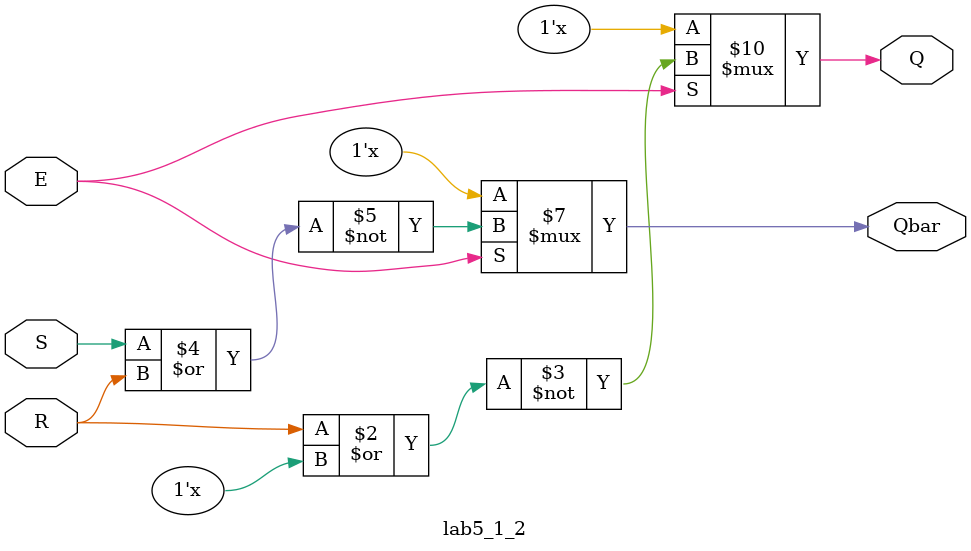
<source format=v>
module lab5_1_2(R, S, E,Q,Qbar);
    input wire R,S,E;
    output reg Q,Qbar;
    
    always @ *
    if(E)
        begin
            Q = ~(R | Qbar);
            Qbar = ~(S | R);
        end
    
endmodule

</source>
